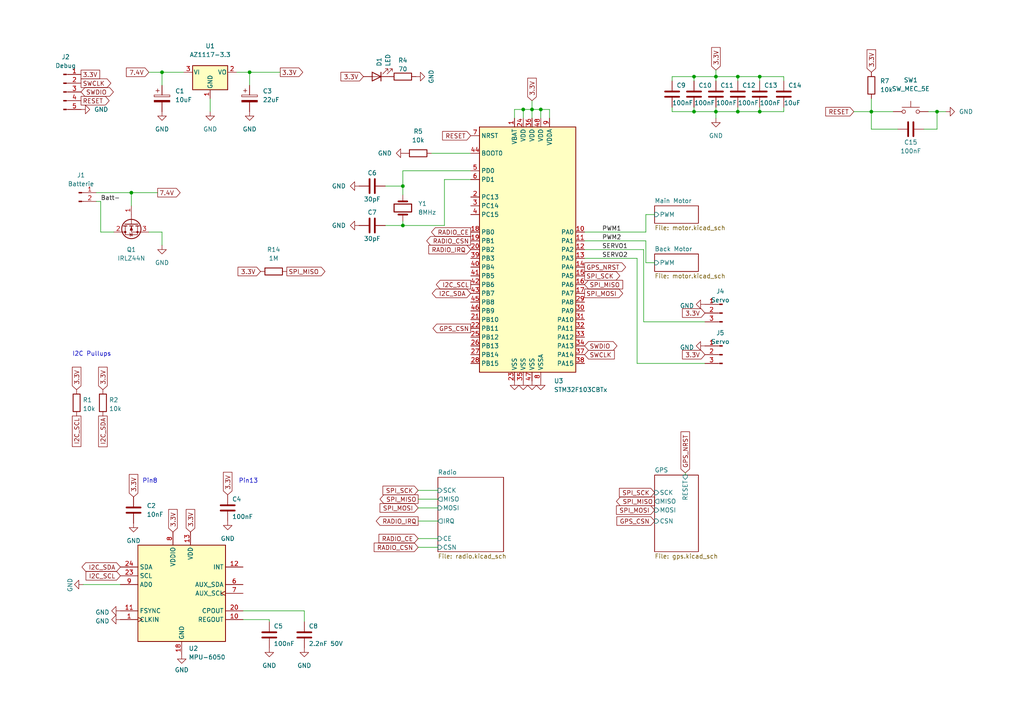
<source format=kicad_sch>
(kicad_sch (version 20211123) (generator eeschema)
  (paper "A4")
  (lib_symbols
    (symbol "Connector:Conn_01x02_Male" (pin_names (offset 1.016) hide)
      (property "Reference" "J" (at 0 2.54 0))
      (property "Value" "Conn_01x02_Male" (at 0 -5.08 0))
      (symbol "Conn_01x02_Male_1_1"
        (polyline (pts (xy 1.27 -2.54) (xy 0.8636 -2.54)) (stroke (width 0.1524)))
        (polyline (pts (xy 1.27 0) (xy 0.8636 0)) (stroke (width 0.1524)))
        (rectangle (start 0.8636 -2.413) (end 0 -2.667) (stroke (width 0.1524)) (fill (type outline)))
        (rectangle (start 0.8636 0.127) (end 0 -0.127) (stroke (width 0.1524)) (fill (type outline)))
        (pin passive line (at 5.08 0 180) (length 3.81) (name "Pin_1") (number "1"))
        (pin passive line (at 5.08 -2.54 180) (length 3.81) (name "Pin_2") (number "2"))
      )
    )
    (symbol "Connector:Conn_01x03_Male" (pin_names (offset 1.016) hide)
      (property "Reference" "J" (at 0 5.08 0))
      (property "Value" "Conn_01x03_Male" (at 0 -5.08 0))
      (symbol "Conn_01x03_Male_1_1"
        (polyline (pts (xy 1.27 -2.54) (xy 0.8636 -2.54)) (stroke (width 0.1524)))
        (polyline (pts (xy 1.27 0) (xy 0.8636 0)) (stroke (width 0.1524)))
        (polyline (pts (xy 1.27 2.54) (xy 0.8636 2.54)) (stroke (width 0.1524)))
        (rectangle (start 0.8636 -2.413) (end 0 -2.667) (stroke (width 0.1524)) (fill (type outline)))
        (rectangle (start 0.8636 0.127) (end 0 -0.127) (stroke (width 0.1524)) (fill (type outline)))
        (rectangle (start 0.8636 2.667) (end 0 2.413) (stroke (width 0.1524)) (fill (type outline)))
        (pin passive line (at 5.08 2.54 180) (length 3.81) (name "Pin_1") (number "1"))
        (pin passive line (at 5.08 0 180) (length 3.81) (name "Pin_2") (number "2"))
        (pin passive line (at 5.08 -2.54 180) (length 3.81) (name "Pin_3") (number "3"))
      )
    )
    (symbol "Connector:Conn_01x05_Male" (pin_names (offset 1.016) hide)
      (property "Reference" "J" (at 0 7.62 0))
      (property "Value" "Conn_01x05_Male" (at 0 -7.62 0))
      (symbol "Conn_01x05_Male_1_1"
        (polyline (pts (xy 1.27 -5.08) (xy 0.8636 -5.08)) (stroke (width 0.1524)))
        (polyline (pts (xy 1.27 -2.54) (xy 0.8636 -2.54)) (stroke (width 0.1524)))
        (polyline (pts (xy 1.27 0) (xy 0.8636 0)) (stroke (width 0.1524)))
        (polyline (pts (xy 1.27 2.54) (xy 0.8636 2.54)) (stroke (width 0.1524)))
        (polyline (pts (xy 1.27 5.08) (xy 0.8636 5.08)) (stroke (width 0.1524)))
        (rectangle (start 0.8636 -4.953) (end 0 -5.207) (stroke (width 0.1524)) (fill (type outline)))
        (rectangle (start 0.8636 -2.413) (end 0 -2.667) (stroke (width 0.1524)) (fill (type outline)))
        (rectangle (start 0.8636 0.127) (end 0 -0.127) (stroke (width 0.1524)) (fill (type outline)))
        (rectangle (start 0.8636 2.667) (end 0 2.413) (stroke (width 0.1524)) (fill (type outline)))
        (rectangle (start 0.8636 5.207) (end 0 4.953) (stroke (width 0.1524)) (fill (type outline)))
        (pin passive line (at 5.08 5.08 180) (length 3.81) (name "Pin_1") (number "1"))
        (pin passive line (at 5.08 2.54 180) (length 3.81) (name "Pin_2") (number "2"))
        (pin passive line (at 5.08 0 180) (length 3.81) (name "Pin_3") (number "3"))
        (pin passive line (at 5.08 -2.54 180) (length 3.81) (name "Pin_4") (number "4"))
        (pin passive line (at 5.08 -5.08 180) (length 3.81) (name "Pin_5") (number "5"))
      )
    )
    (symbol "Device:C" (pin_numbers hide) (pin_names (offset 0.254))
      (property "Reference" "C" (at 0.635 2.54 0))
      (property "Value" "C" (at 0.635 -2.54 0))
      (symbol "C_0_1"
        (polyline (pts (xy -2.032 -0.762) (xy 2.032 -0.762)) (stroke (width 0.508)))
        (polyline (pts (xy -2.032 0.762) (xy 2.032 0.762)) (stroke (width 0.508)))
      )
      (symbol "C_1_1"
        (pin passive line (at 0 3.81 270) (length 2.794) (name "~") (number "1"))
        (pin passive line (at 0 -3.81 90) (length 2.794) (name "~") (number "2"))
      )
    )
    (symbol "Device:C_Polarized" (pin_numbers hide) (pin_names (offset 0.254))
      (property "Reference" "C" (at 0.635 2.54 0))
      (property "Value" "C_Polarized" (at 0.635 -2.54 0))
      (symbol "C_Polarized_0_1"
        (rectangle (start -2.286 0.508) (end 2.286 1.016))
        (polyline (pts (xy -1.778 2.286) (xy -0.762 2.286)))
        (polyline (pts (xy -1.27 2.794) (xy -1.27 1.778)))
        (rectangle (start 2.286 -0.508) (end -2.286 -1.016) (fill (type outline)))
      )
      (symbol "C_Polarized_1_1"
        (pin passive line (at 0 3.81 270) (length 2.794) (name "~") (number "1"))
        (pin passive line (at 0 -3.81 90) (length 2.794) (name "~") (number "2"))
      )
    )
    (symbol "Device:Crystal" (pin_numbers hide) (pin_names (offset 1.016) hide)
      (property "Reference" "Y" (at 0 3.81 0))
      (property "Value" "Crystal" (at 0 -3.81 0))
      (symbol "Crystal_0_1"
        (rectangle (start -1.143 2.54) (end 1.143 -2.54) (stroke (width 0.3048)))
        (polyline (pts (xy -2.54 0) (xy -1.905 0)))
        (polyline (pts (xy -1.905 -1.27) (xy -1.905 1.27)) (stroke (width 0.508)))
        (polyline (pts (xy 1.905 -1.27) (xy 1.905 1.27)) (stroke (width 0.508)))
        (polyline (pts (xy 2.54 0) (xy 1.905 0)))
      )
      (symbol "Crystal_1_1"
        (pin passive line (at -3.81 0 0) (length 1.27) (name "1") (number "1"))
        (pin passive line (at 3.81 0 180) (length 1.27) (name "2") (number "2"))
      )
    )
    (symbol "Device:LED" (pin_numbers hide) (pin_names (offset 1.016) hide)
      (property "Reference" "D" (at 0 2.54 0))
      (property "Value" "LED" (at 0 -2.54 0))
      (symbol "LED_0_1"
        (polyline (pts (xy -1.27 -1.27) (xy -1.27 1.27)) (stroke (width 0.254)))
        (polyline (pts (xy -1.27 0) (xy 1.27 0)))
        (polyline (pts (xy 1.27 -1.27) (xy 1.27 1.27) (xy -1.27 0) (xy 1.27 -1.27)) (stroke (width 0.254)))
        (polyline (pts (xy -3.048 -0.762) (xy -4.572 -2.286) (xy -3.81 -2.286) (xy -4.572 -2.286) (xy -4.572 -1.524)))
        (polyline (pts (xy -1.778 -0.762) (xy -3.302 -2.286) (xy -2.54 -2.286) (xy -3.302 -2.286) (xy -3.302 -1.524)))
      )
      (symbol "LED_1_1"
        (pin passive line (at -3.81 0 0) (length 2.54) (name "K") (number "1"))
        (pin passive line (at 3.81 0 180) (length 2.54) (name "A") (number "2"))
      )
    )
    (symbol "Device:R" (pin_numbers hide) (pin_names (offset 0))
      (property "Reference" "R" (at 2.032 0 90))
      (property "Value" "R" (at 0 0 90))
      (symbol "R_0_1"
        (rectangle (start -1.016 -2.54) (end 1.016 2.54) (stroke (width 0.254)))
      )
      (symbol "R_1_1"
        (pin passive line (at 0 3.81 270) (length 1.27) (name "~") (number "1"))
        (pin passive line (at 0 -3.81 90) (length 1.27) (name "~") (number "2"))
      )
    )
    (symbol "MCU_ST_STM32F1:STM32F103CBTx"
      (property "Reference" "U" (at -15.24 36.83 0))
      (property "Value" "STM32F103CBTx" (at 7.62 36.83 0))
      (symbol "STM32F103CBTx_0_1"
        (rectangle (start -15.24 -35.56) (end 12.7 35.56) (stroke (width 0.254)) (fill (type background)))
      )
      (symbol "STM32F103CBTx_1_1"
        (pin power_in line (at -5.08 38.1 270) (length 2.54) (name "VBAT") (number "1"))
        (pin bidirectional line (at 15.24 5.08 180) (length 2.54) (name "PA0") (number "10"))
        (pin bidirectional line (at 15.24 2.54 180) (length 2.54) (name "PA1") (number "11"))
        (pin bidirectional line (at 15.24 0 180) (length 2.54) (name "PA2") (number "12"))
        (pin bidirectional line (at 15.24 -2.54 180) (length 2.54) (name "PA3") (number "13"))
        (pin bidirectional line (at 15.24 -5.08 180) (length 2.54) (name "PA4") (number "14"))
        (pin bidirectional line (at 15.24 -7.62 180) (length 2.54) (name "PA5") (number "15"))
        (pin bidirectional line (at 15.24 -10.16 180) (length 2.54) (name "PA6") (number "16"))
        (pin bidirectional line (at 15.24 -12.7 180) (length 2.54) (name "PA7") (number "17"))
        (pin bidirectional line (at -17.78 5.08 0) (length 2.54) (name "PB0") (number "18"))
        (pin bidirectional line (at -17.78 2.54 0) (length 2.54) (name "PB1") (number "19"))
        (pin bidirectional line (at -17.78 15.24 0) (length 2.54) (name "PC13") (number "2"))
        (pin bidirectional line (at -17.78 0 0) (length 2.54) (name "PB2") (number "20"))
        (pin bidirectional line (at -17.78 -20.32 0) (length 2.54) (name "PB10") (number "21"))
        (pin bidirectional line (at -17.78 -22.86 0) (length 2.54) (name "PB11") (number "22"))
        (pin power_in line (at -5.08 -38.1 90) (length 2.54) (name "VSS") (number "23"))
        (pin power_in line (at -2.54 38.1 270) (length 2.54) (name "VDD") (number "24"))
        (pin bidirectional line (at -17.78 -25.4 0) (length 2.54) (name "PB12") (number "25"))
        (pin bidirectional line (at -17.78 -27.94 0) (length 2.54) (name "PB13") (number "26"))
        (pin bidirectional line (at -17.78 -30.48 0) (length 2.54) (name "PB14") (number "27"))
        (pin bidirectional line (at -17.78 -33.02 0) (length 2.54) (name "PB15") (number "28"))
        (pin bidirectional line (at 15.24 -15.24 180) (length 2.54) (name "PA8") (number "29"))
        (pin bidirectional line (at -17.78 12.7 0) (length 2.54) (name "PC14") (number "3"))
        (pin bidirectional line (at 15.24 -17.78 180) (length 2.54) (name "PA9") (number "30"))
        (pin bidirectional line (at 15.24 -20.32 180) (length 2.54) (name "PA10") (number "31"))
        (pin bidirectional line (at 15.24 -22.86 180) (length 2.54) (name "PA11") (number "32"))
        (pin bidirectional line (at 15.24 -25.4 180) (length 2.54) (name "PA12") (number "33"))
        (pin bidirectional line (at 15.24 -27.94 180) (length 2.54) (name "PA13") (number "34"))
        (pin power_in line (at -2.54 -38.1 90) (length 2.54) (name "VSS") (number "35"))
        (pin power_in line (at 0 38.1 270) (length 2.54) (name "VDD") (number "36"))
        (pin bidirectional line (at 15.24 -30.48 180) (length 2.54) (name "PA14") (number "37"))
        (pin bidirectional line (at 15.24 -33.02 180) (length 2.54) (name "PA15") (number "38"))
        (pin bidirectional line (at -17.78 -2.54 0) (length 2.54) (name "PB3") (number "39"))
        (pin bidirectional line (at -17.78 10.16 0) (length 2.54) (name "PC15") (number "4"))
        (pin bidirectional line (at -17.78 -5.08 0) (length 2.54) (name "PB4") (number "40"))
        (pin bidirectional line (at -17.78 -7.62 0) (length 2.54) (name "PB5") (number "41"))
        (pin bidirectional line (at -17.78 -10.16 0) (length 2.54) (name "PB6") (number "42"))
        (pin bidirectional line (at -17.78 -12.7 0) (length 2.54) (name "PB7") (number "43"))
        (pin input line (at -17.78 27.94 0) (length 2.54) (name "BOOT0") (number "44"))
        (pin bidirectional line (at -17.78 -15.24 0) (length 2.54) (name "PB8") (number "45"))
        (pin bidirectional line (at -17.78 -17.78 0) (length 2.54) (name "PB9") (number "46"))
        (pin power_in line (at 0 -38.1 90) (length 2.54) (name "VSS") (number "47"))
        (pin power_in line (at 2.54 38.1 270) (length 2.54) (name "VDD") (number "48"))
        (pin input line (at -17.78 22.86 0) (length 2.54) (name "PD0") (number "5"))
        (pin input line (at -17.78 20.32 0) (length 2.54) (name "PD1") (number "6"))
        (pin input line (at -17.78 33.02 0) (length 2.54) (name "NRST") (number "7"))
        (pin power_in line (at 2.54 -38.1 90) (length 2.54) (name "VSSA") (number "8"))
        (pin power_in line (at 5.08 38.1 270) (length 2.54) (name "VDDA") (number "9"))
      )
    )
    (symbol "Regulator_Linear:AZ1117-3.3" (pin_names (offset 0.254))
      (property "Reference" "U" (at -3.81 3.175 0))
      (property "Value" "AZ1117-3.3" (at 0 3.175 0))
      (symbol "AZ1117-3.3_0_1"
        (rectangle (start -5.08 1.905) (end 5.08 -5.08) (stroke (width 0.254)) (fill (type background)))
      )
      (symbol "AZ1117-3.3_1_1"
        (pin power_in line (at 0 -7.62 90) (length 2.54) (name "GND") (number "1"))
        (pin power_out line (at 7.62 0 180) (length 2.54) (name "VO") (number "2"))
        (pin power_in line (at -7.62 0 0) (length 2.54) (name "VI") (number "3"))
      )
    )
    (symbol "Sensor_Motion:MPU-6050"
      (property "Reference" "U" (at -11.43 13.97 0))
      (property "Value" "MPU-6050" (at 7.62 -15.24 0))
      (symbol "MPU-6050_0_0"
        (text "" (at 12.7 -2.54 0) (effects (font (size 1.27 1.27))))
      )
      (symbol "MPU-6050_0_1"
        (rectangle (start -12.7 13.97) (end 12.7 -13.97) (stroke (width 0.254)) (fill (type background)))
      )
      (symbol "MPU-6050_1_1"
        (pin input clock (at -17.78 -7.62 0) (length 5.08) (name "CLKIN") (number "1"))
        (pin passive line (at 17.78 -7.62 180) (length 5.08) (name "REGOUT") (number "10"))
        (pin input line (at -17.78 -5.08 0) (length 5.08) (name "FSYNC") (number "11"))
        (pin output line (at 17.78 7.62 180) (length 5.08) (name "INT") (number "12"))
        (pin power_in line (at 2.54 17.78 270) (length 3.81) (name "VDD") (number "13"))
        (pin no_connect line (at -12.7 -10.16 0) (length 2.54) hide (name "NC") (number "14"))
        (pin no_connect line (at 12.7 12.7 180) (length 2.54) hide (name "NC") (number "15"))
        (pin no_connect line (at 12.7 10.16 180) (length 2.54) hide (name "NC") (number "16"))
        (pin no_connect line (at 12.7 5.08 180) (length 2.54) hide (name "NC") (number "17"))
        (pin power_in line (at 0 -17.78 90) (length 3.81) (name "GND") (number "18"))
        (pin no_connect line (at 12.7 -10.16 180) (length 2.54) hide (name "NC") (number "19"))
        (pin no_connect line (at -12.7 12.7 0) (length 2.54) hide (name "NC") (number "2"))
        (pin passive line (at 17.78 -5.08 180) (length 5.08) (name "CPOUT") (number "20"))
        (pin no_connect line (at 12.7 -2.54 180) (length 2.54) hide (name "NC") (number "21"))
        (pin no_connect line (at 12.7 -12.7 180) (length 2.54) hide (name "NC") (number "22"))
        (pin input line (at -17.78 5.08 0) (length 5.08) (name "SCL") (number "23"))
        (pin bidirectional line (at -17.78 7.62 0) (length 5.08) (name "SDA") (number "24"))
        (pin no_connect line (at -12.7 10.16 0) (length 2.54) hide (name "NC") (number "3"))
        (pin no_connect line (at -12.7 0 0) (length 2.54) hide (name "NC") (number "4"))
        (pin no_connect line (at -12.7 -2.54 0) (length 2.54) hide (name "NC") (number "5"))
        (pin bidirectional line (at 17.78 2.54 180) (length 5.08) (name "AUX_SDA") (number "6"))
        (pin output clock (at 17.78 0 180) (length 5.08) (name "AUX_SCL") (number "7"))
        (pin power_in line (at -2.54 17.78 270) (length 3.81) (name "VDDIO") (number "8"))
        (pin input line (at -17.78 2.54 0) (length 5.08) (name "AD0") (number "9"))
      )
    )
    (symbol "Switch:SW_Push" (pin_numbers hide) (pin_names (offset 1.016) hide)
      (property "Reference" "SW" (at 1.27 2.54 0))
      (property "Value" "SW_Push" (at 0 -1.524 0))
      (symbol "SW_Push_0_1"
        (circle (center -2.032 0) (radius 0.508))
        (polyline (pts (xy 0 1.27) (xy 0 3.048)))
        (polyline (pts (xy 2.54 1.27) (xy -2.54 1.27)))
        (circle (center 2.032 0) (radius 0.508))
        (pin passive line (at -5.08 0 0) (length 2.54) (name "1") (number "1"))
        (pin passive line (at 5.08 0 180) (length 2.54) (name "2") (number "2"))
      )
    )
    (symbol "Transistor_FET:IRLZ44N" (pin_names hide)
      (property "Reference" "Q" (at 6.35 1.905 0))
      (property "Value" "IRLZ44N" (at 6.35 0 0))
      (symbol "IRLZ44N_0_1"
        (polyline (pts (xy 0.254 0) (xy -2.54 0)))
        (polyline (pts (xy 0.254 1.905) (xy 0.254 -1.905)) (stroke (width 0.254)))
        (polyline (pts (xy 0.762 -1.27) (xy 0.762 -2.286)) (stroke (width 0.254)))
        (polyline (pts (xy 0.762 0.508) (xy 0.762 -0.508)) (stroke (width 0.254)))
        (polyline (pts (xy 0.762 2.286) (xy 0.762 1.27)) (stroke (width 0.254)))
        (polyline (pts (xy 2.54 2.54) (xy 2.54 1.778)))
        (polyline (pts (xy 2.54 -2.54) (xy 2.54 0) (xy 0.762 0)))
        (polyline (pts (xy 0.762 -1.778) (xy 3.302 -1.778) (xy 3.302 1.778) (xy 0.762 1.778)))
        (polyline (pts (xy 1.016 0) (xy 2.032 0.381) (xy 2.032 -0.381) (xy 1.016 0)) (fill (type outline)))
        (polyline (pts (xy 2.794 0.508) (xy 2.921 0.381) (xy 3.683 0.381) (xy 3.81 0.254)))
        (polyline (pts (xy 3.302 0.381) (xy 2.921 -0.254) (xy 3.683 -0.254) (xy 3.302 0.381)))
        (circle (center 1.651 0) (radius 2.794) (stroke (width 0.254)))
        (circle (center 2.54 -1.778) (radius 0.254) (fill (type outline)))
        (circle (center 2.54 1.778) (radius 0.254) (fill (type outline)))
      )
      (symbol "IRLZ44N_1_1"
        (pin input line (at -5.08 0 0) (length 2.54) (name "G") (number "1"))
        (pin passive line (at 2.54 5.08 270) (length 2.54) (name "D") (number "2"))
        (pin passive line (at 2.54 -5.08 90) (length 2.54) (name "S") (number "3"))
      )
    )
    (symbol "power:GND" (power) (pin_names (offset 0))
      (property "Value" "GND" (at 0 -3.81 0))
      (symbol "GND_0_1"
        (polyline (pts (xy 0 0) (xy 0 -1.27) (xy 1.27 -1.27) (xy 0 -2.54) (xy -1.27 -1.27) (xy 0 -1.27)))
      )
      (symbol "GND_1_1"
        (pin power_in line (at 0 0 270) (length 0) hide (name "GND") (number "1"))
      )
    )
  )
  (junction (at 201.295 22.225))
  (junction (at 46.99 20.955))
  (junction (at 116.84 65.405))
  (junction (at 252.73 32.385))
  (junction (at 213.995 22.225))
  (junction (at 220.345 22.225))
  (junction (at 116.84 53.975))
  (junction (at 271.78 32.385))
  (junction (at 38.1 55.88))
  (junction (at 156.845 31.75))
  (junction (at 72.39 20.955))
  (junction (at 213.995 32.385))
  (junction (at 207.645 32.385))
  (junction (at 220.345 32.385))
  (junction (at 201.295 32.385))
  (junction (at 154.305 31.75))
  (junction (at 207.645 22.225))
  (junction (at 151.765 31.75))
  (wire (pts (xy 111.76 65.405) (xy 116.84 65.405)))
  (wire (pts (xy 156.845 31.75) (xy 154.305 31.75)))
  (wire (pts (xy 207.645 31.115) (xy 207.645 32.385)))
  (wire (pts (xy 198.755 137.16) (xy 198.755 137.795)))
  (wire (pts (xy 116.84 53.975) (xy 116.84 49.53)))
  (wire (pts (xy 207.645 22.225) (xy 207.645 23.495)))
  (wire (pts (xy 267.97 37.465) (xy 271.78 37.465)))
  (wire (pts (xy 43.18 20.955) (xy 46.99 20.955)))
  (wire (pts (xy 70.485 179.705) (xy 78.105 179.705)))
  (wire (pts (xy 154.305 31.75) (xy 154.305 29.21)))
  (wire (pts (xy 151.765 31.75) (xy 151.765 34.29)))
  (wire (pts (xy 169.545 74.93) (xy 184.785 74.93)))
  (wire (pts (xy 201.295 31.115) (xy 201.295 32.385)))
  (wire (pts (xy 24.13 169.545) (xy 34.925 169.545)))
  (wire (pts (xy 70.485 177.165) (xy 88.265 177.165)))
  (wire (pts (xy 213.995 32.385) (xy 213.995 31.115)))
  (wire (pts (xy 201.295 22.225) (xy 194.945 22.225)))
  (wire (pts (xy 187.325 67.31) (xy 187.325 62.23)))
  (wire (pts (xy 60.96 32.385) (xy 60.96 28.575)))
  (wire (pts (xy 201.295 32.385) (xy 207.645 32.385)))
  (wire (pts (xy 111.76 53.975) (xy 116.84 53.975)))
  (wire (pts (xy 121.285 142.24) (xy 127 142.24)))
  (wire (pts (xy 46.99 20.955) (xy 46.99 24.765)))
  (wire (pts (xy 38.1 55.88) (xy 38.1 59.69)))
  (wire (pts (xy 184.785 74.93) (xy 184.785 105.41)))
  (wire (pts (xy 38.1 55.88) (xy 45.72 55.88)))
  (wire (pts (xy 125.095 44.45) (xy 136.525 44.45)))
  (wire (pts (xy 207.645 22.225) (xy 207.645 20.32)))
  (wire (pts (xy 116.84 65.405) (xy 128.905 65.405)))
  (wire (pts (xy 46.99 67.31) (xy 46.99 71.12)))
  (wire (pts (xy 27.94 55.88) (xy 38.1 55.88)))
  (wire (pts (xy 169.545 69.85) (xy 187.325 69.85)))
  (wire (pts (xy 156.845 34.29) (xy 156.845 31.75)))
  (wire (pts (xy 121.285 158.75) (xy 127 158.75)))
  (wire (pts (xy 227.33 32.385) (xy 227.33 31.115)))
  (wire (pts (xy 169.545 72.39) (xy 186.69 72.39)))
  (wire (pts (xy 252.73 37.465) (xy 252.73 32.385)))
  (wire (pts (xy 247.65 32.385) (xy 252.73 32.385)))
  (wire (pts (xy 201.295 22.225) (xy 207.645 22.225)))
  (wire (pts (xy 29.21 58.42) (xy 29.21 67.31)))
  (wire (pts (xy 220.345 32.385) (xy 227.33 32.385)))
  (wire (pts (xy 149.225 31.75) (xy 149.225 34.29)))
  (wire (pts (xy 271.78 32.385) (xy 274.32 32.385)))
  (wire (pts (xy 78.105 180.34) (xy 78.105 179.705)))
  (wire (pts (xy 72.39 24.765) (xy 72.39 20.955)))
  (wire (pts (xy 220.345 22.225) (xy 227.33 22.225)))
  (wire (pts (xy 187.325 62.23) (xy 189.865 62.23)))
  (wire (pts (xy 194.945 32.385) (xy 201.295 32.385)))
  (wire (pts (xy 154.305 31.75) (xy 154.305 34.29)))
  (wire (pts (xy 271.78 37.465) (xy 271.78 32.385)))
  (wire (pts (xy 159.385 34.29) (xy 159.385 31.75)))
  (wire (pts (xy 186.69 93.345) (xy 204.47 93.345)))
  (wire (pts (xy 72.39 20.955) (xy 81.28 20.955)))
  (wire (pts (xy 46.99 20.955) (xy 53.34 20.955)))
  (wire (pts (xy 88.265 177.165) (xy 88.265 180.34)))
  (wire (pts (xy 186.69 72.39) (xy 186.69 93.345)))
  (wire (pts (xy 116.84 56.515) (xy 116.84 53.975)))
  (wire (pts (xy 159.385 31.75) (xy 156.845 31.75)))
  (wire (pts (xy 151.765 31.75) (xy 149.225 31.75)))
  (wire (pts (xy 128.905 52.07) (xy 128.905 65.405)))
  (wire (pts (xy 213.995 32.385) (xy 220.345 32.385)))
  (wire (pts (xy 220.345 32.385) (xy 220.345 31.115)))
  (wire (pts (xy 213.995 22.225) (xy 207.645 22.225)))
  (wire (pts (xy 169.545 67.31) (xy 187.325 67.31)))
  (wire (pts (xy 151.765 31.75) (xy 154.305 31.75)))
  (wire (pts (xy 187.325 69.85) (xy 187.325 76.2)))
  (wire (pts (xy 201.295 23.495) (xy 201.295 22.225)))
  (wire (pts (xy 128.905 52.07) (xy 136.525 52.07)))
  (wire (pts (xy 194.945 22.225) (xy 194.945 23.495)))
  (wire (pts (xy 220.345 22.225) (xy 220.345 23.495)))
  (wire (pts (xy 252.73 32.385) (xy 252.73 28.575)))
  (wire (pts (xy 207.645 32.385) (xy 207.645 34.29)))
  (wire (pts (xy 121.285 147.32) (xy 127 147.32)))
  (wire (pts (xy 213.995 23.495) (xy 213.995 22.225)))
  (wire (pts (xy 260.35 37.465) (xy 252.73 37.465)))
  (wire (pts (xy 213.995 22.225) (xy 220.345 22.225)))
  (wire (pts (xy 116.84 49.53) (xy 136.525 49.53)))
  (wire (pts (xy 68.58 20.955) (xy 72.39 20.955)))
  (wire (pts (xy 187.325 76.2) (xy 189.865 76.2)))
  (wire (pts (xy 121.285 156.21) (xy 127 156.21)))
  (wire (pts (xy 252.73 32.385) (xy 259.08 32.385)))
  (wire (pts (xy 33.02 67.31) (xy 29.21 67.31)))
  (wire (pts (xy 184.785 105.41) (xy 204.47 105.41)))
  (wire (pts (xy 27.94 58.42) (xy 29.21 58.42)))
  (wire (pts (xy 43.18 67.31) (xy 46.99 67.31)))
  (wire (pts (xy 269.24 32.385) (xy 271.78 32.385)))
  (wire (pts (xy 116.84 65.405) (xy 116.84 64.135)))
  (wire (pts (xy 121.285 144.78) (xy 127 144.78)))
  (wire (pts (xy 227.33 22.225) (xy 227.33 23.495)))
  (wire (pts (xy 207.645 32.385) (xy 213.995 32.385)))
  (wire (pts (xy 121.285 151.13) (xy 127 151.13)))
  (wire (pts (xy 194.945 31.115) (xy 194.945 32.385)))
  (text "Pin8" (at 41.275 140.335 0) (effects (font (size 1.27 1.27)) (justify left bottom)))
  (text "I2C Pullups" (at 20.955 103.505 0) (effects (font (size 1.27 1.27)) (justify left bottom)))
  (text "Pin13" (at 69.215 140.335 0) (effects (font (size 1.27 1.27)) (justify left bottom)))
  (label "SERVO2" (at 174.625 74.93 0))
  (label "PWM1" (at 174.625 67.31 0))
  (label "PWM2" (at 174.625 69.85 0))
  (label "Batt-" (at 29.21 58.42 0))
  (label "SERVO1" (at 174.625 72.39 0))
  (global_label "GPS_CSN" (shape input) (at 189.865 151.13 180) (property "Intersheet References" "${INTERSHEET_REFS}" (effects hide)))
  (global_label "I2C_SCL" (shape input) (at 34.925 167.005 180) (property "Intersheet References" "${INTERSHEET_REFS}" (effects hide)))
  (global_label "SPI_MOSI" (shape input) (at 121.285 147.32 180) (property "Intersheet References" "${INTERSHEET_REFS}" (effects hide)))
  (global_label "SWDIO" (shape bidirectional) (at 169.545 100.33 0) (property "Intersheet References" "${INTERSHEET_REFS}" (effects hide)))
  (global_label "3.3V" (shape input) (at 75.565 78.74 180) (property "Intersheet References" "${INTERSHEET_REFS}" (effects hide)))
  (global_label "3.3V" (shape input) (at 204.47 102.87 180) (property "Intersheet References" "${INTERSHEET_REFS}" (effects hide)))
  (global_label "RESET" (shape input) (at 136.525 39.37 180) (property "Intersheet References" "${INTERSHEET_REFS}" (effects hide)))
  (global_label "SPI_MISO" (shape output) (at 121.285 144.78 180) (property "Intersheet References" "${INTERSHEET_REFS}" (effects hide)))
  (global_label "3.3V" (shape input) (at 66.04 143.51 90) (property "Intersheet References" "${INTERSHEET_REFS}" (effects hide)))
  (global_label "I2C_SDA" (shape bidirectional) (at 34.925 164.465 180) (property "Intersheet References" "${INTERSHEET_REFS}" (effects hide)))
  (global_label "SPI_SCK" (shape output) (at 169.545 80.01 0) (property "Intersheet References" "${INTERSHEET_REFS}" (effects hide)))
  (global_label "SPI_MISO" (shape output) (at 83.185 78.74 0) (property "Intersheet References" "${INTERSHEET_REFS}" (effects hide)))
  (global_label "RADIO_CSN" (shape input) (at 121.285 158.75 180) (property "Intersheet References" "${INTERSHEET_REFS}" (effects hide)))
  (global_label "SWCLK" (shape output) (at 23.495 24.13 0) (property "Intersheet References" "${INTERSHEET_REFS}" (effects hide)))
  (global_label "SWDIO" (shape bidirectional) (at 23.495 26.67 0) (property "Intersheet References" "${INTERSHEET_REFS}" (effects hide)))
  (global_label "I2C_SDA" (shape bidirectional) (at 136.525 85.09 180) (property "Intersheet References" "${INTERSHEET_REFS}" (effects hide)))
  (global_label "GPS_NRST" (shape input) (at 198.755 137.16 90) (property "Intersheet References" "${INTERSHEET_REFS}" (effects hide)))
  (global_label "RESET" (shape input) (at 247.65 32.385 180) (property "Intersheet References" "${INTERSHEET_REFS}" (effects hide)))
  (global_label "3.3V" (shape input) (at 50.165 154.305 90) (property "Intersheet References" "${INTERSHEET_REFS}" (effects hide)))
  (global_label "3.3V" (shape passive) (at 23.495 21.59 0) (property "Intersheet References" "${INTERSHEET_REFS}" (effects hide)))
  (global_label "SPI_MOSI" (shape output) (at 169.545 85.09 0) (property "Intersheet References" "${INTERSHEET_REFS}" (effects hide)))
  (global_label "SPI_SCK" (shape input) (at 121.285 142.24 180) (property "Intersheet References" "${INTERSHEET_REFS}" (effects hide)))
  (global_label "RESET" (shape output) (at 23.495 29.21 0) (property "Intersheet References" "${INTERSHEET_REFS}" (effects hide)))
  (global_label "I2C_SCL" (shape output) (at 136.525 82.55 180) (property "Intersheet References" "${INTERSHEET_REFS}" (effects hide)))
  (global_label "RADIO_CSN" (shape output) (at 136.525 69.85 180) (property "Intersheet References" "${INTERSHEET_REFS}" (effects hide)))
  (global_label "3.3V" (shape input) (at 22.225 113.03 90) (property "Intersheet References" "${INTERSHEET_REFS}" (effects hide)))
  (global_label "SWCLK" (shape input) (at 169.545 102.87 0) (property "Intersheet References" "${INTERSHEET_REFS}" (effects hide)))
  (global_label "GPS_CSN" (shape output) (at 136.525 95.25 180) (property "Intersheet References" "${INTERSHEET_REFS}" (effects hide)))
  (global_label "I2C_SDA" (shape passive) (at 29.845 120.65 270) (property "Intersheet References" "${INTERSHEET_REFS}" (effects hide)))
  (global_label "3.3V" (shape input) (at 105.41 22.225 180) (property "Intersheet References" "${INTERSHEET_REFS}" (effects hide)))
  (global_label "SPI_MISO" (shape input) (at 169.545 82.55 0) (property "Intersheet References" "${INTERSHEET_REFS}" (effects hide)))
  (global_label "7.4V" (shape output) (at 45.72 55.88 0) (property "Intersheet References" "${INTERSHEET_REFS}" (effects hide)))
  (global_label "3.3V" (shape input) (at 38.735 144.145 90) (property "Intersheet References" "${INTERSHEET_REFS}" (effects hide)))
  (global_label "3.3V" (shape input) (at 252.73 20.955 90) (property "Intersheet References" "${INTERSHEET_REFS}" (effects hide)))
  (global_label "SPI_MISO" (shape output) (at 189.865 145.415 180) (property "Intersheet References" "${INTERSHEET_REFS}" (effects hide)))
  (global_label "3.3V" (shape input) (at 154.305 29.21 90) (property "Intersheet References" "${INTERSHEET_REFS}" (effects hide)))
  (global_label "3.3V" (shape input) (at 204.47 90.805 180) (property "Intersheet References" "${INTERSHEET_REFS}" (effects hide)))
  (global_label "I2C_SCL" (shape passive) (at 22.225 120.65 270) (property "Intersheet References" "${INTERSHEET_REFS}" (effects hide)))
  (global_label "SPI_SCK" (shape input) (at 189.865 142.875 180) (property "Intersheet References" "${INTERSHEET_REFS}" (effects hide)))
  (global_label "SPI_MOSI" (shape input) (at 189.865 147.955 180) (property "Intersheet References" "${INTERSHEET_REFS}" (effects hide)))
  (global_label "GPS_NRST" (shape output) (at 169.545 77.47 0) (property "Intersheet References" "${INTERSHEET_REFS}" (effects hide)))
  (global_label "3.3V" (shape output) (at 81.28 20.955 0) (property "Intersheet References" "${INTERSHEET_REFS}" (effects hide)))
  (global_label "3.3V" (shape input) (at 207.645 20.32 90) (property "Intersheet References" "${INTERSHEET_REFS}" (effects hide)))
  (global_label "RADIO_IRQ" (shape output) (at 121.285 151.13 180) (property "Intersheet References" "${INTERSHEET_REFS}" (effects hide)))
  (global_label "3.3V" (shape input) (at 55.245 154.305 90) (property "Intersheet References" "${INTERSHEET_REFS}" (effects hide)))
  (global_label "RADIO_CE" (shape output) (at 136.525 67.31 180) (property "Intersheet References" "${INTERSHEET_REFS}" (effects hide)))
  (global_label "RADIO_CE" (shape input) (at 121.285 156.21 180) (property "Intersheet References" "${INTERSHEET_REFS}" (effects hide)))
  (global_label "RADIO_IRQ" (shape input) (at 136.525 72.39 180) (property "Intersheet References" "${INTERSHEET_REFS}" (effects hide)))
  (global_label "7.4V" (shape input) (at 43.18 20.955 180) (property "Intersheet References" "${INTERSHEET_REFS}" (effects hide)))
  (global_label "3.3V" (shape input) (at 29.845 113.03 90) (property "Intersheet References" "${INTERSHEET_REFS}" (effects hide)))
  (symbol (lib_id "Regulator_Linear:AZ1117-3.3") (at 60.96 20.955 0) (unit 1)
    (property "Reference" "U1" (at 60.96 13.335 0))
    (property "Value" "AZ1117-3.3" (at 60.96 15.875 0))
    (property "Footprint" "Package_TO_SOT_SMD:SOT-223-3_TabPin2" (effects hide))
    (property "Datasheet" "https://www.diodes.com/assets/Datasheets/AZ1117.pdf" (effects hide))
    (property "DIGIKEY" "31-AZ1117CH2-3.3TRG1CT-ND" (effects hide))
  )
  (symbol (lib_id "Device:R") (at 252.73 24.765 0) (unit 1)
    (property "Reference" "R7" (at 255.27 23.4949 0) (effects (justify left)))
    (property "Value" "10k" (at 255.27 26.0349 0) (effects (justify left)))
    (property "Footprint" "Resistor_SMD:R_0603_1608Metric" (effects hide))
    (property "DIGIKEY" "1292-WR06X103JTLCT-ND" (effects hide))
  )
  (symbol (lib_id "power:GND") (at 24.13 169.545 270) (unit 1)
    (property "Reference" "#PWR03" (effects hide))
    (property "Value" "GND" (at 20.32 167.64 0) (effects (justify left)))
  )
  (symbol (lib_id "Device:C") (at 107.95 65.405 90) (unit 1)
    (property "Reference" "C7" (at 107.95 61.595 90))
    (property "Value" "30pF" (at 107.95 69.215 90))
    (property "Footprint" "Capacitor_SMD:C_0603_1608Metric" (effects hide))
    (property "DIGIKEY" "738-CML0603C0G300JT50VCT-ND" (effects hide))
  )
  (symbol (lib_id "power:GND") (at 151.765 110.49 0) (unit 1)
    (property "Reference" "#PWR020" (effects hide))
    (property "Value" "GND" (effects hide))
  )
  (symbol (lib_id "power:GND") (at 46.99 32.385 0) (unit 1)
    (property "Reference" "#PWR05" (effects hide))
    (property "Value" "GND" (at 46.99 37.465 0))
  )
  (symbol (lib_id "Transistor_FET:IRLZ44N") (at 38.1 64.77 90) (mirror x) (unit 1)
    (property "Reference" "Q1" (at 38.1 72.39 90))
    (property "Value" "IRLZ44N" (at 38.1 74.93 90))
    (property "Footprint" "Package_TO_SOT_THT:TO-220-3_Vertical" (effects hide))
    (property "Datasheet" "http://www.irf.com/product-info/datasheets/data/irlz44n.pdf" (effects hide))
    (property "DIGIKEY" "-" (effects hide))
  )
  (symbol (lib_id "Device:R") (at 79.375 78.74 90) (unit 1)
    (property "Reference" "R14" (at 79.375 72.39 90))
    (property "Value" "1M" (at 79.375 74.93 90))
    (property "Footprint" "Resistor_SMD:R_0603_1608Metric" (effects hide))
    (property "DIGIKEY" "1292-WR06X105JTLCT-ND" (effects hide))
  )
  (symbol (lib_id "Device:C") (at 207.645 27.305 0) (unit 1)
    (property "Reference" "C11" (at 208.915 24.765 0) (effects (justify left)))
    (property "Value" "100nF" (at 207.645 29.845 0) (effects (justify left)))
    (property "Footprint" "Capacitor_SMD:C_0603_1608Metric" (effects hide))
    (property "DIGIKEY" "1276-1935-1-ND" (effects hide))
  )
  (symbol (lib_id "Device:C") (at 88.265 184.15 0) (unit 1)
    (property "Reference" "C8" (at 89.535 181.61 0) (effects (justify left)))
    (property "Value" "2.2nF 50V" (at 89.535 186.69 0) (effects (justify left)))
    (property "Footprint" "Capacitor_SMD:C_0603_1608Metric" (effects hide))
    (property "DIGIKEY" "732-8003-1-ND" (effects hide))
  )
  (symbol (lib_id "power:GND") (at 120.65 22.225 90) (unit 1)
    (property "Reference" "#PWR016" (effects hide))
    (property "Value" "GND" (at 125.0934 22.225 0))
  )
  (symbol (lib_id "Device:R") (at 121.285 44.45 90) (unit 1)
    (property "Reference" "R5" (at 121.285 38.1 90))
    (property "Value" "10k" (at 121.285 40.64 90))
    (property "Footprint" "Resistor_SMD:R_0603_1608Metric" (effects hide))
    (property "DIGIKEY" "1292-WR06X103JTLCT-ND" (effects hide))
  )
  (symbol (lib_id "Device:C") (at 264.16 37.465 270) (unit 1)
    (property "Reference" "C15" (at 264.16 41.275 90))
    (property "Value" "100nF" (at 264.16 43.815 90))
    (property "Footprint" "Capacitor_SMD:C_0603_1608Metric" (effects hide))
    (property "DIGIKEY" "1276-1935-1-ND" (effects hide))
  )
  (symbol (lib_id "power:GND") (at 104.14 65.405 270) (unit 1)
    (property "Reference" "#PWR014" (effects hide))
    (property "Value" "GND" (at 100.33 65.4049 90) (effects (justify right)))
  )
  (symbol (lib_id "power:GND") (at 34.925 179.705 270) (unit 1)
    (property "Reference" "#PWR07" (effects hide))
    (property "Value" "GND" (at 31.7501 180.1388 90) (effects (justify right)))
  )
  (symbol (lib_id "MCU_ST_STM32F1:STM32F103CBTx") (at 154.305 72.39 0) (unit 1)
    (property "Reference" "U3" (at 160.655 110.49 0) (effects (justify left)))
    (property "Value" "STM32F103CBTx" (at 160.655 113.03 0) (effects (justify left)))
    (property "Footprint" "Package_QFP:LQFP-48_7x7mm_P0.5mm" (effects hide))
    (property "Datasheet" "http://www.st.com/st-web-ui/static/active/en/resource/technical/document/datasheet/CD00161566.pdf" (effects hide))
    (property "DIGIKEY" "497-11518-ND" (effects hide))
  )
  (symbol (lib_id "Device:C") (at 194.945 27.305 0) (unit 1)
    (property "Reference" "C9" (at 196.215 24.765 0) (effects (justify left)))
    (property "Value" "100nF" (at 194.945 29.845 0) (effects (justify left)))
    (property "Footprint" "Capacitor_SMD:C_0603_1608Metric" (effects hide))
    (property "DIGIKEY" "1276-1935-1-ND" (effects hide))
  )
  (symbol (lib_id "Sensor_Motion:MPU-6050") (at 52.705 172.085 0) (unit 1)
    (property "Reference" "U2" (at 54.7244 188.0854 0) (effects (justify left)))
    (property "Value" "MPU-6050" (at 54.7244 190.6223 0) (effects (justify left)))
    (property "Footprint" "Sensor_Motion:InvenSense_QFN-24_4x4mm_P0.5mm" (effects hide))
    (property "Datasheet" "https://invensense.tdk.com/wp-content/uploads/2015/02/MPU-6000-Datasheet1.pdf" (effects hide))
    (property "DIGIKEY" "1428-1007-1-ND" (effects hide))
  )
  (symbol (lib_id "Connector:Conn_01x03_Male") (at 209.55 102.87 0) (mirror y) (unit 1)
    (property "Reference" "J5" (at 208.915 96.554 0))
    (property "Value" "Servo" (at 208.915 99.0909 0))
    (property "Footprint" "Connector_PinHeader_2.54mm:PinHeader_1x03_P2.54mm_Vertical" (effects hide))
    (property "DIGIKEY" "2057-PH1-10-UA-ND" (effects hide))
  )
  (symbol (lib_id "power:GND") (at 154.305 110.49 0) (unit 1)
    (property "Reference" "#PWR021" (effects hide))
    (property "Value" "GND" (effects hide))
  )
  (symbol (lib_id "Connector:Conn_01x03_Male") (at 209.55 90.805 0) (mirror y) (unit 1)
    (property "Reference" "J4" (at 208.915 84.489 0))
    (property "Value" "Servo" (at 208.915 87.0259 0))
    (property "Footprint" "Connector_PinHeader_2.54mm:PinHeader_1x03_P2.54mm_Vertical" (effects hide))
    (property "DIGIKEY" "2057-PH1-10-UA-ND" (effects hide))
  )
  (symbol (lib_id "Device:C") (at 213.995 27.305 0) (unit 1)
    (property "Reference" "C12" (at 215.265 24.765 0) (effects (justify left)))
    (property "Value" "100nF" (at 213.995 29.845 0) (effects (justify left)))
    (property "Footprint" "Capacitor_SMD:C_0603_1608Metric" (effects hide))
    (property "DIGIKEY" "1276-1935-1-ND" (effects hide))
  )
  (symbol (lib_id "power:GND") (at 117.475 44.45 270) (unit 1)
    (property "Reference" "#PWR018" (effects hide))
    (property "Value" "GND" (at 113.665 44.4499 90) (effects (justify right)))
  )
  (symbol (lib_id "Device:Crystal") (at 116.84 60.325 90) (unit 1)
    (property "Reference" "Y1" (at 121.285 59.0549 90) (effects (justify right)))
    (property "Value" "8MHz" (at 121.285 61.5949 90) (effects (justify right)))
    (property "Footprint" "Crystal:Crystal_SMD_HC49-SD" (effects hide))
    (property "DIGIKEY" "535-14944-1-ND" (effects hide))
  )
  (symbol (lib_id "Connector:Conn_01x02_Male") (at 22.86 55.88 0) (unit 1)
    (property "Reference" "J1" (at 23.495 50.8 0))
    (property "Value" "Batterie" (at 23.495 53.34 0))
    (property "Footprint" "Connector_PinHeader_2.54mm:PinHeader_1x02_P2.54mm_Vertical" (effects hide))
    (property "DIGIKEY" "2057-PH1-10-UA-ND" (effects hide))
  )
  (symbol (lib_id "power:GND") (at 38.735 151.765 0) (unit 1)
    (property "Reference" "#PWR08" (effects hide))
    (property "Value" "GND" (at 38.735 156.845 0))
  )
  (symbol (lib_id "Device:C") (at 66.04 147.32 0) (unit 1)
    (property "Reference" "C4" (at 67.31 144.78 0) (effects (justify left)))
    (property "Value" "100nF" (at 67.31 149.86 0) (effects (justify left)))
    (property "Footprint" "Capacitor_SMD:C_0603_1608Metric" (effects hide))
    (property "DIGIKEY" "1276-1935-1-ND" (effects hide))
  )
  (symbol (lib_id "Device:C") (at 201.295 27.305 0) (unit 1)
    (property "Reference" "C10" (at 202.565 24.765 0) (effects (justify left)))
    (property "Value" "100nF" (at 201.295 29.845 0) (effects (justify left)))
    (property "Footprint" "Capacitor_SMD:C_0603_1608Metric" (effects hide))
    (property "DIGIKEY" "1276-1935-1-ND" (effects hide))
  )
  (symbol (lib_id "Device:R") (at 22.225 116.84 0) (unit 1)
    (property "Reference" "R1" (at 24.003 116.0053 0) (effects (justify left)))
    (property "Value" "10k" (at 24.003 118.5422 0) (effects (justify left)))
    (property "Footprint" "Resistor_SMD:R_0603_1608Metric" (effects hide))
    (property "DIGIKEY" "1292-WR06X103JTLCT-ND" (effects hide))
  )
  (symbol (lib_id "Device:C") (at 220.345 27.305 0) (unit 1)
    (property "Reference" "C13" (at 221.615 24.765 0) (effects (justify left)))
    (property "Value" "100nF" (at 220.345 29.845 0) (effects (justify left)))
    (property "Footprint" "Capacitor_SMD:C_0603_1608Metric" (effects hide))
    (property "DIGIKEY" "1276-1935-1-ND" (effects hide))
  )
  (symbol (lib_id "power:GND") (at 88.265 187.96 0) (unit 1)
    (property "Reference" "#PWR017" (effects hide))
    (property "Value" "GND" (at 88.265 193.04 0))
  )
  (symbol (lib_id "power:GND") (at 34.925 177.165 270) (unit 1)
    (property "Reference" "#PWR06" (effects hide))
    (property "Value" "GND" (at 31.7501 177.5988 90) (effects (justify right)))
  )
  (symbol (lib_id "power:GND") (at 66.04 151.13 0) (unit 1)
    (property "Reference" "#PWR012" (effects hide))
    (property "Value" "GND" (at 66.04 156.21 0))
  )
  (symbol (lib_id "Device:C") (at 107.95 53.975 90) (unit 1)
    (property "Reference" "C6" (at 107.95 50.165 90))
    (property "Value" "30pF" (at 107.95 57.785 90))
    (property "Footprint" "Capacitor_SMD:C_0603_1608Metric" (effects hide))
    (property "DIGIKEY" "738-CML0603C0G300JT50VCT-ND" (effects hide))
  )
  (symbol (lib_id "power:GND") (at 46.99 71.12 0) (unit 1)
    (property "Reference" "#PWR02" (effects hide))
    (property "Value" "GND" (at 46.99 76.2 0))
  )
  (symbol (lib_id "power:GND") (at 104.14 53.975 270) (unit 1)
    (property "Reference" "#PWR013" (effects hide))
    (property "Value" "GND" (at 100.33 53.9749 90) (effects (justify right)))
  )
  (symbol (lib_id "power:GND") (at 72.39 32.385 0) (unit 1)
    (property "Reference" "#PWR010" (effects hide))
    (property "Value" "GND" (at 72.39 37.465 0))
  )
  (symbol (lib_id "Connector:Conn_01x05_Male") (at 18.415 26.67 0) (unit 1)
    (property "Reference" "J2" (at 19.05 16.51 0))
    (property "Value" "Debug" (at 19.05 19.05 0))
    (property "Footprint" "Connector_PinHeader_2.54mm:PinHeader_1x05_P2.54mm_Vertical" (effects hide))
    (property "DIGIKEY" "2057-PH1-10-UA-ND" (effects hide))
  )
  (symbol (lib_id "Device:C_Polarized") (at 46.99 28.575 0) (unit 1)
    (property "Reference" "C1" (at 50.8 26.4159 0) (effects (justify left)))
    (property "Value" "10uF" (at 50.8 28.9559 0) (effects (justify left)))
    (property "Footprint" "Capacitor_SMD:CP_Elec_5x5.4" (effects hide))
    (property "DIGIKEY" "-" (effects hide))
  )
  (symbol (lib_id "power:GND") (at 204.47 88.265 270) (mirror x) (unit 1)
    (property "Reference" "#PWR024" (effects hide))
    (property "Value" "GND" (at 201.295 88.6988 90) (effects (justify right)))
  )
  (symbol (lib_id "Device:C") (at 227.33 27.305 0) (unit 1)
    (property "Reference" "C14" (at 228.6 24.765 0) (effects (justify left)))
    (property "Value" "10uF" (at 227.33 29.845 0) (effects (justify left)))
    (property "Footprint" "Capacitor_SMD:CP_Elec_5x5.4" (effects hide))
    (property "DIGIKEY" "-" (effects hide))
  )
  (symbol (lib_id "power:GND") (at 207.645 34.29 0) (unit 1)
    (property "Reference" "#PWR023" (effects hide))
    (property "Value" "GND" (at 207.645 39.37 0))
  )
  (symbol (lib_id "power:GND") (at 60.96 32.385 0) (unit 1)
    (property "Reference" "#PWR09" (effects hide))
    (property "Value" "GND" (at 60.96 37.465 0))
  )
  (symbol (lib_id "Switch:SW_Push") (at 264.16 32.385 0) (unit 1)
    (property "Reference" "SW1" (at 264.16 23.2242 0))
    (property "Value" "SW_MEC_5E" (at 264.16 25.7611 0))
    (property "Footprint" "Button_Switch_SMD:SW_SPST_TL3305A" (effects hide))
    (property "DIGIKEY" "EG5353CT-ND" (effects hide))
  )
  (symbol (lib_id "Device:LED") (at 109.22 22.225 180) (unit 1)
    (property "Reference" "D1" (at 109.9728 19.304 90) (effects (justify right)))
    (property "Value" "LED" (at 112.5097 19.304 90) (effects (justify right)))
    (property "Footprint" "LED_SMD:LED_0603_1608Metric" (effects hide))
    (property "DIGIKEY" "160-1436-1-ND" (effects hide))
  )
  (symbol (lib_id "power:GND") (at 204.47 100.33 270) (mirror x) (unit 1)
    (property "Reference" "#PWR025" (effects hide))
    (property "Value" "GND" (at 201.295 100.7638 90) (effects (justify right)))
  )
  (symbol (lib_id "power:GND") (at 274.32 32.385 90) (unit 1)
    (property "Reference" "#PWR026" (effects hide))
    (property "Value" "GND" (at 278.13 32.3849 90) (effects (justify right)))
  )
  (symbol (lib_id "Device:R") (at 29.845 116.84 0) (unit 1)
    (property "Reference" "R2" (at 31.623 116.0053 0) (effects (justify left)))
    (property "Value" "10k" (at 31.623 118.5422 0) (effects (justify left)))
    (property "Footprint" "Resistor_SMD:R_0603_1608Metric" (effects hide))
    (property "DIGIKEY" "1292-WR06X103JTLCT-ND" (effects hide))
  )
  (symbol (lib_id "power:GND") (at 52.705 189.865 0) (unit 1)
    (property "Reference" "#PWR011" (effects hide))
    (property "Value" "GND" (at 52.705 194.3084 0))
  )
  (symbol (lib_id "Device:C") (at 78.105 184.15 0) (unit 1)
    (property "Reference" "C5" (at 79.375 181.61 0) (effects (justify left)))
    (property "Value" "100nF" (at 79.375 186.69 0) (effects (justify left)))
    (property "Footprint" "Capacitor_SMD:C_0603_1608Metric" (effects hide))
    (property "DIGIKEY" "1276-1935-1-ND" (effects hide))
  )
  (symbol (lib_id "Device:R") (at 116.84 22.225 90) (unit 1)
    (property "Reference" "R4" (at 116.84 17.5092 90))
    (property "Value" "70" (at 116.84 20.0461 90))
    (property "Footprint" "Resistor_SMD:R_0603_1608Metric" (effects hide))
    (property "DIGIKEY" "311-69.8HRCT-ND" (effects hide))
  )
  (symbol (lib_id "power:GND") (at 156.845 110.49 0) (unit 1)
    (property "Reference" "#PWR022" (effects hide))
    (property "Value" "GND" (effects hide))
  )
  (symbol (lib_id "power:GND") (at 149.225 110.49 0) (unit 1)
    (property "Reference" "#PWR019" (effects hide))
    (property "Value" "GND" (effects hide))
  )
  (symbol (lib_id "power:GND") (at 23.495 31.75 90) (unit 1)
    (property "Reference" "#PWR01" (effects hide))
    (property "Value" "GND" (at 27.305 31.7499 90) (effects (justify right)))
  )
  (symbol (lib_id "power:GND") (at 78.105 187.96 0) (unit 1)
    (property "Reference" "#PWR015" (effects hide))
    (property "Value" "GND" (at 78.105 193.04 0))
  )
  (symbol (lib_id "Device:C_Polarized") (at 72.39 28.575 0) (unit 1)
    (property "Reference" "C3" (at 76.2 26.4159 0) (effects (justify left)))
    (property "Value" "22uF" (at 76.2 28.9559 0) (effects (justify left)))
    (property "Footprint" "Capacitor_SMD:CP_Elec_5x5.4" (effects hide))
    (property "DIGIKEY" "-" (effects hide))
  )
  (symbol (lib_id "Device:C") (at 38.735 147.955 0) (unit 1)
    (property "Reference" "C2" (at 42.545 146.6849 0) (effects (justify left)))
    (property "Value" "10nF" (at 42.545 149.2249 0) (effects (justify left)))
    (property "Footprint" "Capacitor_SMD:C_0603_1608Metric" (effects hide))
    (property "DIGIKEY" "732-7933-1-ND" (effects hide))
  )
  (sheet (at 127 138.43) (size 19.05 21.59) (stroke (width 0.1524))
    (property "Sheet name" "Radio" (at 127 137.7184 0) (effects (justify left bottom)))
    (property "Sheet file" "radio.kicad_sch" (at 127 160.6046 0) (effects (justify left top)))
    (pin "MOSI" input (at 127 147.32 180))
    (pin "IRQ" output (at 127 151.13 180))
    (pin "CE" input (at 127 156.21 180))
    (pin "MISO" output (at 127 144.78 180))
    (pin "SCK" input (at 127 142.24 180))
    (pin "CSN" input (at 127 158.75 180))
  )
  (sheet (at 189.865 59.69) (size 12.7 5.08) (stroke (width 0.1524))
    (property "Sheet name" "Main Motor" (at 189.865 58.9784 0) (effects (justify left bottom)))
    (property "Sheet file" "motor.kicad_sch" (at 189.865 65.3546 0) (effects (justify left top)))
    (pin "PWM" input (at 189.865 62.23 180))
  )
  (sheet (at 189.865 73.66) (size 12.7 5.08) (stroke (width 0.1524))
    (property "Sheet name" "Back Motor" (at 189.865 72.9484 0) (effects (justify left bottom)))
    (property "Sheet file" "motor.kicad_sch" (at 189.865 79.3246 0) (effects (justify left top)))
    (pin "PWM" input (at 189.865 76.2 180))
  )
  (sheet (at 189.865 137.795) (size 12.7 22.225) (stroke (width 0.1524))
    (property "Sheet name" "GPS" (at 189.865 137.0834 0) (effects (justify left bottom)))
    (property "Sheet file" "gps.kicad_sch" (at 189.865 160.6046 0) (effects (justify left top)))
    (pin "MOSI" input (at 189.865 147.955 180))
    (pin "MISO" output (at 189.865 145.415 180))
    (pin "SCK" input (at 189.865 142.875 180))
    (pin "CSN" input (at 189.865 151.13 180))
    (pin "RESET" input (at 198.755 137.795 90))
  )
)
</source>
